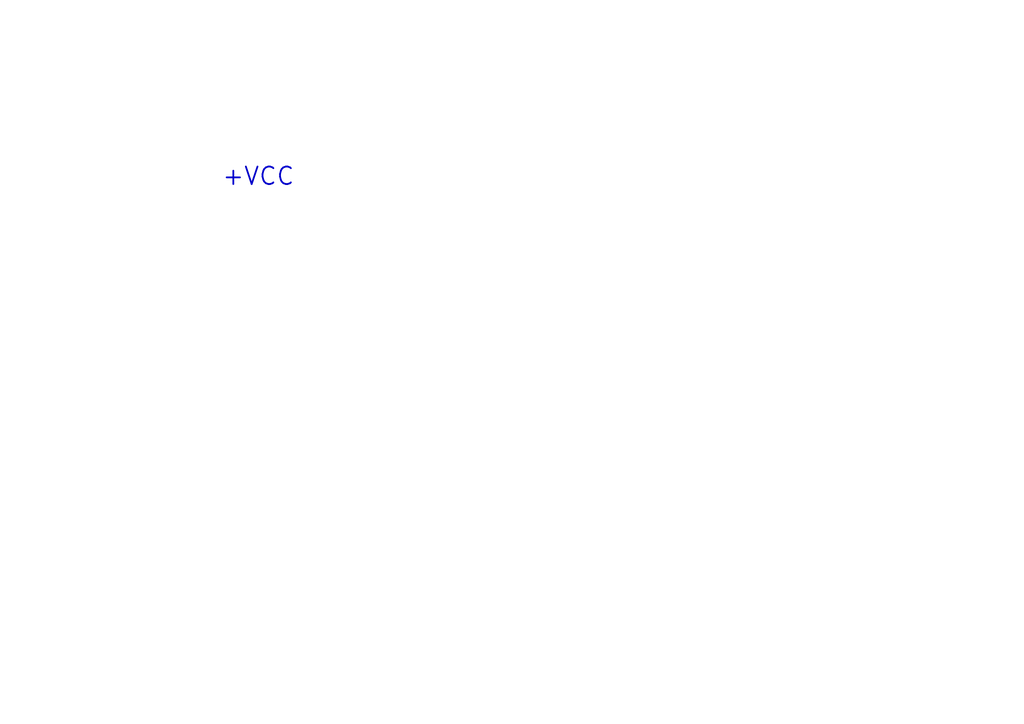
<source format=kicad_sch>
(kicad_sch
	(version 20231120)
	(generator "eeschema")
	(generator_version "8.0")
	(uuid "899b2530-5b68-4f37-a2c0-fa0b2c515fca")
	(paper "A4")
	(lib_symbols)
	(text "+VCC"
		(exclude_from_sim no)
		(at 74.93 51.308 0)
		(effects
			(font
				(size 5.08 5.08)
				(thickness 0.508)
				(bold yes)
			)
		)
		(uuid "66fc5c85-b05e-4d06-82a0-cf0adecdecc9")
	)
)
</source>
